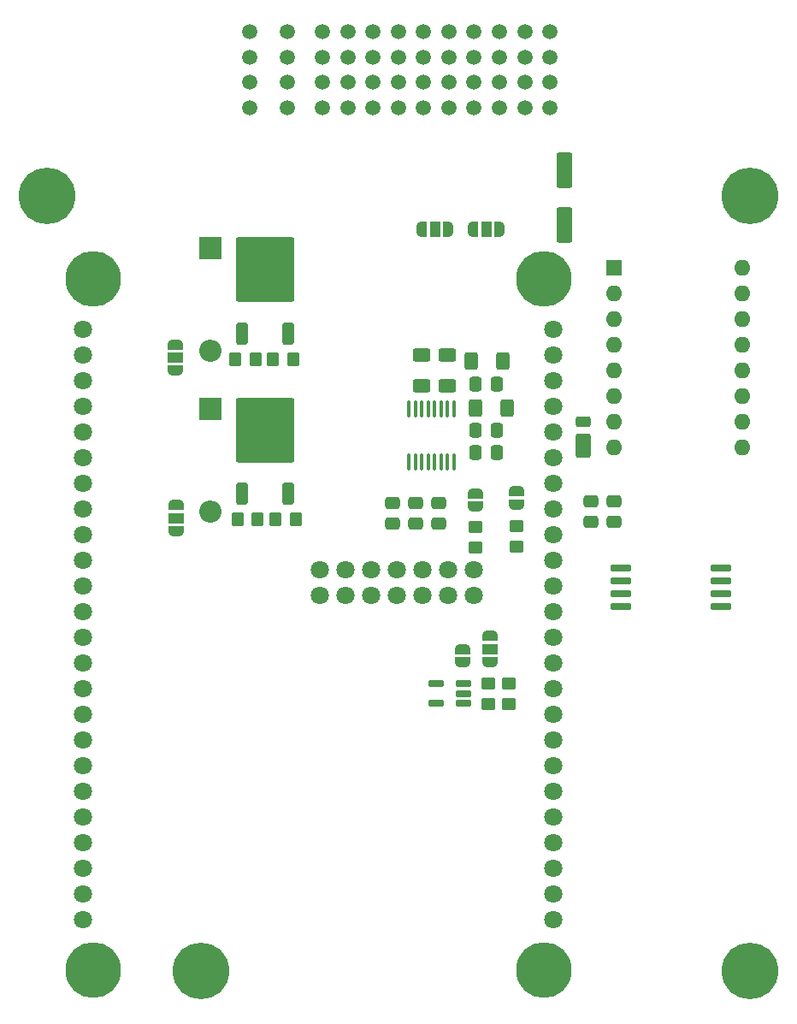
<source format=gbr>
%TF.GenerationSoftware,KiCad,Pcbnew,8.0.5*%
%TF.CreationDate,2024-12-02T15:09:44+01:00*%
%TF.ProjectId,Core4GPZ_rev0-1,436f7265-3447-4505-9a5f-726576302d31,rev?*%
%TF.SameCoordinates,Original*%
%TF.FileFunction,Soldermask,Top*%
%TF.FilePolarity,Negative*%
%FSLAX46Y46*%
G04 Gerber Fmt 4.6, Leading zero omitted, Abs format (unit mm)*
G04 Created by KiCad (PCBNEW 8.0.5) date 2024-12-02 15:09:44*
%MOMM*%
%LPD*%
G01*
G04 APERTURE LIST*
G04 Aperture macros list*
%AMRoundRect*
0 Rectangle with rounded corners*
0 $1 Rounding radius*
0 $2 $3 $4 $5 $6 $7 $8 $9 X,Y pos of 4 corners*
0 Add a 4 corners polygon primitive as box body*
4,1,4,$2,$3,$4,$5,$6,$7,$8,$9,$2,$3,0*
0 Add four circle primitives for the rounded corners*
1,1,$1+$1,$2,$3*
1,1,$1+$1,$4,$5*
1,1,$1+$1,$6,$7*
1,1,$1+$1,$8,$9*
0 Add four rect primitives between the rounded corners*
20,1,$1+$1,$2,$3,$4,$5,0*
20,1,$1+$1,$4,$5,$6,$7,0*
20,1,$1+$1,$6,$7,$8,$9,0*
20,1,$1+$1,$8,$9,$2,$3,0*%
%AMFreePoly0*
4,1,19,0.550000,-0.750000,0.000000,-0.750000,0.000000,-0.744911,-0.071157,-0.744911,-0.207708,-0.704816,-0.327430,-0.627875,-0.420627,-0.520320,-0.479746,-0.390866,-0.500000,-0.250000,-0.500000,0.250000,-0.479746,0.390866,-0.420627,0.520320,-0.327430,0.627875,-0.207708,0.704816,-0.071157,0.744911,0.000000,0.744911,0.000000,0.750000,0.550000,0.750000,0.550000,-0.750000,0.550000,-0.750000,
$1*%
%AMFreePoly1*
4,1,19,0.000000,0.744911,0.071157,0.744911,0.207708,0.704816,0.327430,0.627875,0.420627,0.520320,0.479746,0.390866,0.500000,0.250000,0.500000,-0.250000,0.479746,-0.390866,0.420627,-0.520320,0.327430,-0.627875,0.207708,-0.704816,0.071157,-0.744911,0.000000,-0.744911,0.000000,-0.750000,-0.550000,-0.750000,-0.550000,0.750000,0.000000,0.750000,0.000000,0.744911,0.000000,0.744911,
$1*%
%AMFreePoly2*
4,1,19,0.500000,-0.750000,0.000000,-0.750000,0.000000,-0.744911,-0.071157,-0.744911,-0.207708,-0.704816,-0.327430,-0.627875,-0.420627,-0.520320,-0.479746,-0.390866,-0.500000,-0.250000,-0.500000,0.250000,-0.479746,0.390866,-0.420627,0.520320,-0.327430,0.627875,-0.207708,0.704816,-0.071157,0.744911,0.000000,0.744911,0.000000,0.750000,0.500000,0.750000,0.500000,-0.750000,0.500000,-0.750000,
$1*%
%AMFreePoly3*
4,1,19,0.000000,0.744911,0.071157,0.744911,0.207708,0.704816,0.327430,0.627875,0.420627,0.520320,0.479746,0.390866,0.500000,0.250000,0.500000,-0.250000,0.479746,-0.390866,0.420627,-0.520320,0.327430,-0.627875,0.207708,-0.704816,0.071157,-0.744911,0.000000,-0.744911,0.000000,-0.750000,-0.500000,-0.750000,-0.500000,0.750000,0.000000,0.750000,0.000000,0.744911,0.000000,0.744911,
$1*%
G04 Aperture macros list end*
%ADD10RoundRect,0.250000X-0.450000X0.350000X-0.450000X-0.350000X0.450000X-0.350000X0.450000X0.350000X0*%
%ADD11RoundRect,0.250000X0.400000X0.625000X-0.400000X0.625000X-0.400000X-0.625000X0.400000X-0.625000X0*%
%ADD12RoundRect,0.250000X-0.625000X0.400000X-0.625000X-0.400000X0.625000X-0.400000X0.625000X0.400000X0*%
%ADD13RoundRect,0.250000X-0.350000X-0.450000X0.350000X-0.450000X0.350000X0.450000X-0.350000X0.450000X0*%
%ADD14RoundRect,0.250000X0.350000X0.450000X-0.350000X0.450000X-0.350000X-0.450000X0.350000X-0.450000X0*%
%ADD15RoundRect,0.250000X-0.337500X-0.475000X0.337500X-0.475000X0.337500X0.475000X-0.337500X0.475000X0*%
%ADD16R,2.200000X2.200000*%
%ADD17O,2.200000X2.200000*%
%ADD18RoundRect,0.250000X-0.500000X0.950000X-0.500000X-0.950000X0.500000X-0.950000X0.500000X0.950000X0*%
%ADD19RoundRect,0.250000X-0.500000X0.275000X-0.500000X-0.275000X0.500000X-0.275000X0.500000X0.275000X0*%
%ADD20FreePoly0,270.000000*%
%ADD21R,1.500000X1.000000*%
%ADD22FreePoly1,270.000000*%
%ADD23RoundRect,0.250000X-0.475000X0.337500X-0.475000X-0.337500X0.475000X-0.337500X0.475000X0.337500X0*%
%ADD24RoundRect,0.250000X-0.550000X1.500000X-0.550000X-1.500000X0.550000X-1.500000X0.550000X1.500000X0*%
%ADD25RoundRect,0.250000X0.475000X-0.337500X0.475000X0.337500X-0.475000X0.337500X-0.475000X-0.337500X0*%
%ADD26FreePoly2,270.000000*%
%ADD27FreePoly3,270.000000*%
%ADD28RoundRect,0.100000X0.100000X-0.712500X0.100000X0.712500X-0.100000X0.712500X-0.100000X-0.712500X0*%
%ADD29C,5.500000*%
%ADD30C,1.800000*%
%ADD31RoundRect,0.250000X0.350000X-0.850000X0.350000X0.850000X-0.350000X0.850000X-0.350000X-0.850000X0*%
%ADD32RoundRect,0.249997X2.650003X-2.950003X2.650003X2.950003X-2.650003X2.950003X-2.650003X-2.950003X0*%
%ADD33FreePoly2,90.000000*%
%ADD34FreePoly3,90.000000*%
%ADD35C,5.600000*%
%ADD36FreePoly0,0.000000*%
%ADD37R,1.000000X1.500000*%
%ADD38FreePoly1,0.000000*%
%ADD39FreePoly0,90.000000*%
%ADD40FreePoly1,90.000000*%
%ADD41RoundRect,0.162500X0.617500X0.162500X-0.617500X0.162500X-0.617500X-0.162500X0.617500X-0.162500X0*%
%ADD42RoundRect,0.187500X-0.812500X-0.187500X0.812500X-0.187500X0.812500X0.187500X-0.812500X0.187500X0*%
%ADD43RoundRect,0.250000X0.337500X0.475000X-0.337500X0.475000X-0.337500X-0.475000X0.337500X-0.475000X0*%
%ADD44RoundRect,0.250000X0.450000X-0.350000X0.450000X0.350000X-0.450000X0.350000X-0.450000X-0.350000X0*%
%ADD45R,1.600000X1.600000*%
%ADD46O,1.600000X1.600000*%
%ADD47C,1.500000*%
G04 APERTURE END LIST*
D10*
%TO.C,R14*%
X128529000Y-95250000D03*
X128529000Y-97250000D03*
%TD*%
D11*
%TO.C,R12*%
X127565000Y-83566000D03*
X124465000Y-83566000D03*
%TD*%
D12*
%TO.C,R11*%
X121671000Y-78307000D03*
X121671000Y-81407000D03*
%TD*%
%TO.C,R10*%
X119131000Y-78307000D03*
X119131000Y-81407000D03*
%TD*%
D11*
%TO.C,R9*%
X127145250Y-78939000D03*
X124045250Y-78939000D03*
%TD*%
D13*
%TO.C,R8*%
X100875000Y-94615000D03*
X102875000Y-94615000D03*
%TD*%
D14*
%TO.C,R7*%
X106653000Y-94615000D03*
X104653000Y-94615000D03*
%TD*%
D15*
%TO.C,C6*%
X124465000Y-88011000D03*
X126540000Y-88011000D03*
%TD*%
D16*
%TO.C,D5*%
X98176000Y-67759000D03*
D17*
X98176000Y-77919000D03*
%TD*%
D14*
%TO.C,R5*%
X106406000Y-78734000D03*
X104406000Y-78734000D03*
%TD*%
D18*
%TO.C,D4*%
X135133000Y-87338000D03*
D19*
X135133000Y-84963000D03*
%TD*%
D20*
%TO.C,JP3*%
X94747000Y-77284000D03*
D21*
X94747000Y-78584000D03*
D22*
X94747000Y-79884000D03*
%TD*%
D23*
%TO.C,C8*%
X116210000Y-92942500D03*
X116210000Y-95017500D03*
%TD*%
D24*
%TO.C,C1*%
X133228000Y-60071000D03*
X133228000Y-65471000D03*
%TD*%
D25*
%TO.C,C3*%
X135895000Y-94869000D03*
X135895000Y-92794000D03*
%TD*%
D26*
%TO.C,JP7*%
X124465000Y-92045000D03*
D27*
X124465000Y-93345000D03*
%TD*%
D28*
%TO.C,IC1*%
X117861000Y-88900000D03*
X118496000Y-88900000D03*
X119131000Y-88900000D03*
X119766000Y-88900000D03*
X120401000Y-88900000D03*
X121036000Y-88900000D03*
X121671000Y-88900000D03*
X122306000Y-88900000D03*
X122306000Y-83625000D03*
X121671000Y-83625000D03*
X121036000Y-83625000D03*
X120401000Y-83625000D03*
X119766000Y-83625000D03*
X119131000Y-83625000D03*
X118496000Y-83625000D03*
X117861000Y-83625000D03*
%TD*%
D26*
%TO.C,JP8*%
X128529000Y-91821000D03*
D27*
X128529000Y-93121000D03*
%TD*%
D29*
%TO.C,U2*%
X86603000Y-70819000D03*
X86603000Y-139219000D03*
X131253000Y-70799000D03*
X131253000Y-139209000D03*
D30*
X85603000Y-75819000D03*
X85603000Y-78359000D03*
X85603000Y-80899000D03*
X85603000Y-83439000D03*
X85603000Y-85979000D03*
X85603000Y-88519000D03*
X85603000Y-91059000D03*
X85603000Y-93599000D03*
X85603000Y-96139000D03*
X85603000Y-98679000D03*
X85603000Y-101219000D03*
X85603000Y-103759000D03*
X85603000Y-106299000D03*
X85603000Y-108839000D03*
X85603000Y-111379000D03*
X85603000Y-113919000D03*
X85603000Y-116459000D03*
X85603000Y-118999000D03*
X85603000Y-121539000D03*
X85603000Y-124079000D03*
X85603000Y-126619000D03*
X85603000Y-129159000D03*
X85603000Y-131699000D03*
X85603000Y-134239000D03*
X132133000Y-75759000D03*
X132133000Y-78299000D03*
X132133000Y-80839000D03*
X132133000Y-83379000D03*
X132133000Y-85919000D03*
X132133000Y-88459000D03*
X132133000Y-90999000D03*
X132133000Y-93539000D03*
X132133000Y-96079000D03*
X132133000Y-98619000D03*
X132133000Y-101159000D03*
X132133000Y-103699000D03*
X132133000Y-106239000D03*
X132133000Y-108779000D03*
X132133000Y-111319000D03*
X132133000Y-113859000D03*
X132133000Y-116399000D03*
X132133000Y-118939000D03*
X132133000Y-121479000D03*
X132133000Y-124019000D03*
X132133000Y-126559000D03*
X132133000Y-129099000D03*
X132133000Y-131639000D03*
X132133000Y-134179000D03*
X109023000Y-99569000D03*
X109023000Y-102109000D03*
X111563000Y-99569000D03*
X111563000Y-102109000D03*
X114103000Y-99569000D03*
X114103000Y-102109000D03*
X116643000Y-99569000D03*
X116643000Y-102109000D03*
X119183000Y-99569000D03*
X119183000Y-102109000D03*
X121723000Y-99569000D03*
X121723000Y-102109000D03*
X124263000Y-99569000D03*
X124263000Y-102109000D03*
%TD*%
D31*
%TO.C,Q2*%
X101351000Y-92075000D03*
D32*
X103631000Y-85775000D03*
D31*
X105911000Y-92075000D03*
%TD*%
D33*
%TO.C,JP2*%
X123195000Y-108712000D03*
D34*
X123195000Y-107412000D03*
%TD*%
D35*
%TO.C,M3*%
X82047000Y-62611000D03*
%TD*%
D10*
%TO.C,R3*%
X125735000Y-110871000D03*
X125735000Y-112871000D03*
%TD*%
D23*
%TO.C,C7*%
X118496000Y-92942500D03*
X118496000Y-95017500D03*
%TD*%
D31*
%TO.C,Q1*%
X101318500Y-76194000D03*
D32*
X103598500Y-69894000D03*
D31*
X105878500Y-76194000D03*
%TD*%
D15*
%TO.C,C7*%
X124465000Y-85797000D03*
X126540000Y-85797000D03*
%TD*%
D25*
%TO.C,C2*%
X138181000Y-94869000D03*
X138181000Y-92794000D03*
%TD*%
D23*
%TO.C,C5*%
X120782000Y-92942500D03*
X120782000Y-95017500D03*
%TD*%
D35*
%TO.C,M3*%
X97287000Y-139319000D03*
%TD*%
D36*
%TO.C,JP5*%
X119131000Y-65854000D03*
D37*
X120431000Y-65854000D03*
D38*
X121731000Y-65854000D03*
%TD*%
D39*
%TO.C,JP1*%
X125862000Y-108712000D03*
D21*
X125862000Y-107412000D03*
D40*
X125862000Y-106112000D03*
%TD*%
D35*
%TO.C,M3*%
X151643000Y-62611000D03*
%TD*%
D41*
%TO.C,U4*%
X123228000Y-112776000D03*
X123228000Y-111826000D03*
X123228000Y-110876000D03*
X120528000Y-110876000D03*
X120528000Y-112776000D03*
%TD*%
D42*
%TO.C,U3*%
X138816000Y-99441000D03*
X138816000Y-100711000D03*
X138816000Y-101981000D03*
X138816000Y-103251000D03*
X148722000Y-103251000D03*
X148722000Y-101981000D03*
X148722000Y-100711000D03*
X148722000Y-99441000D03*
%TD*%
D36*
%TO.C,JP6*%
X124211000Y-65854000D03*
D37*
X125511000Y-65854000D03*
D38*
X126811000Y-65854000D03*
%TD*%
D43*
%TO.C,C4*%
X126540000Y-81225000D03*
X124465000Y-81225000D03*
%TD*%
D20*
%TO.C,JP4*%
X94826000Y-93159000D03*
D21*
X94826000Y-94459000D03*
D22*
X94826000Y-95759000D03*
%TD*%
D44*
%TO.C,R4*%
X127767000Y-112871000D03*
X127767000Y-110871000D03*
%TD*%
D45*
%TO.C,A1*%
X138181000Y-69723000D03*
D46*
X138181000Y-72263000D03*
X138181000Y-74803000D03*
X138181000Y-77343000D03*
X138181000Y-79883000D03*
X138181000Y-82423000D03*
X138181000Y-84963000D03*
X138181000Y-87503000D03*
X150881000Y-87503000D03*
X150881000Y-84963000D03*
X150881000Y-82423000D03*
X150881000Y-79883000D03*
X150881000Y-77343000D03*
X150881000Y-74803000D03*
X150881000Y-72263000D03*
X150881000Y-69723000D03*
%TD*%
D16*
%TO.C,D6*%
X98176000Y-83634000D03*
D17*
X98176000Y-93794000D03*
%TD*%
D10*
%TO.C,R13*%
X124465000Y-95377000D03*
X124465000Y-97377000D03*
%TD*%
D13*
%TO.C,R6*%
X100676000Y-78734000D03*
X102676000Y-78734000D03*
%TD*%
D35*
%TO.C,M3*%
X151643000Y-139319000D03*
%TD*%
D47*
%TO.C,U1*%
X131813000Y-53848000D03*
X129313000Y-53848000D03*
X126813000Y-53848000D03*
X124313000Y-53848000D03*
X121813000Y-53848000D03*
X119313000Y-53848000D03*
X116813000Y-53848000D03*
X114313000Y-53848000D03*
X111813000Y-53848000D03*
X109313000Y-53848000D03*
X131813000Y-51348000D03*
X129313000Y-51348000D03*
X126813000Y-51348000D03*
X124313000Y-51348000D03*
X121813000Y-51348000D03*
X119313000Y-51348000D03*
X116813000Y-51348000D03*
X114313000Y-51348000D03*
X111813000Y-51348000D03*
X109313000Y-51348000D03*
X131813000Y-48848000D03*
X129313000Y-48848000D03*
X126813000Y-48848000D03*
X124313000Y-48848000D03*
X121813000Y-48848000D03*
X119313000Y-48848000D03*
X116813000Y-48848000D03*
X114313000Y-48848000D03*
X111813000Y-48848000D03*
X109313000Y-48848000D03*
X131813000Y-46348000D03*
X129313000Y-46348000D03*
X126813000Y-46348000D03*
X124313000Y-46348000D03*
X121813000Y-46348000D03*
X119313000Y-46348000D03*
X116813000Y-46348000D03*
X114313000Y-46348000D03*
X111813000Y-46348000D03*
X109313000Y-46348000D03*
X105813000Y-53848000D03*
X102113000Y-53848000D03*
X105813000Y-51348000D03*
X102113000Y-51348000D03*
X105813000Y-48848000D03*
X102113000Y-48848000D03*
X105813000Y-46348000D03*
X102113000Y-46348000D03*
%TD*%
M02*

</source>
